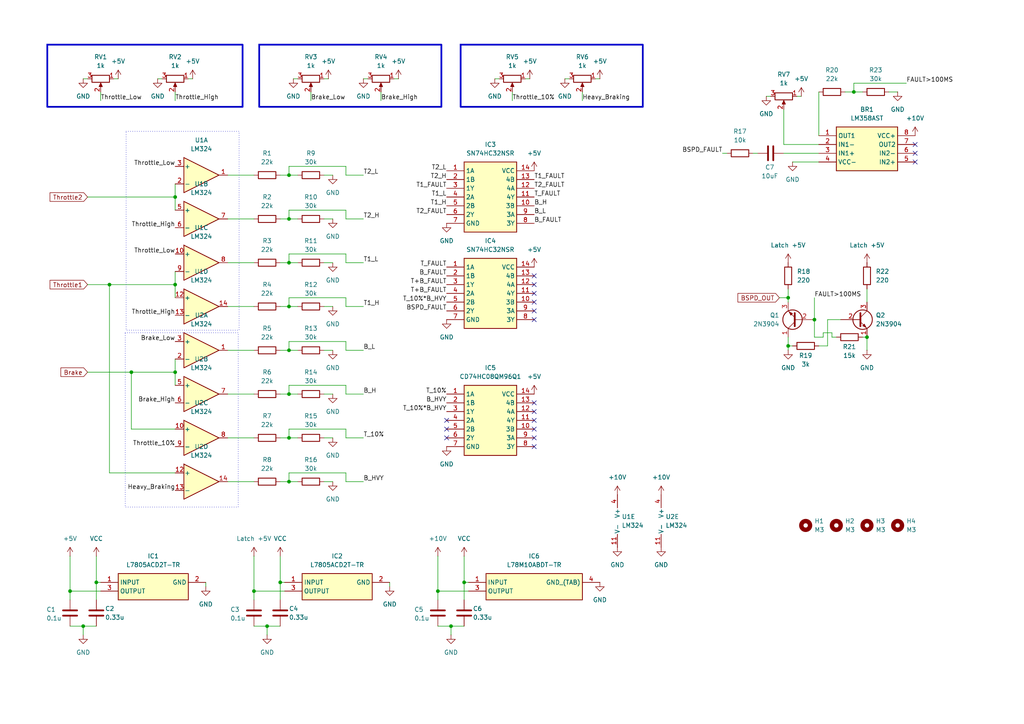
<source format=kicad_sch>
(kicad_sch (version 20250114) (generator "eeschema") (generator_version "9.0")
  (paper "A4")
  (rectangle (start 36.322 96.52) (end 69.088 147.066) (stroke (width 0) (type dot)))
  (rectangle (start 36.576 38.1) (end 69.342 95.758) (stroke (width 0) (type dot)))
  (rectangle (start 13.716 12.954) (end 70.358 30.988) (stroke (width 0.5)))
  (rectangle (start 133.604 12.954) (end 186.436 30.988) (stroke (width 0.5)))
  (rectangle (start 75.184 12.954) (end 128.016 30.988) (stroke (width 0.5)))
  (junction (at 83.82 139.7))
  (junction (at 31.75 82.55))
  (junction (at 50.8 82.55))
  (junction (at 83.82 88.9))
  (junction (at 83.82 114.3))
  (junction (at 251.46 97.79))
  (junction (at 50.8 107.95))
  (junction (at 130.81 181.61))
  (junction (at 247.65 26.67))
  (junction (at 77.47 181.61))
  (junction (at 20.32 171.45))
  (junction (at 27.94 168.91))
  (junction (at 83.82 101.6))
  (junction (at 73.66 171.45))
  (junction (at 228.6 100.33))
  (junction (at 83.82 50.8))
  (junction (at 83.82 127))
  (junction (at 236.22 92.71))
  (junction (at 24.13 181.61))
  (junction (at 81.28 168.91))
  (junction (at 50.8 57.15))
  (junction (at 127 171.45))
  (junction (at 38.1 107.95))
  (junction (at 83.82 63.5))
  (junction (at 83.82 76.2))
  (junction (at 228.6 86.36))
  (junction (at 134.62 168.91))
  (no_connect (at 154.94 92.71))
  (no_connect (at 154.94 85.09))
  (no_connect (at 154.94 82.55))
  (no_connect (at 154.94 127))
  (no_connect (at 265.43 46.99))
  (no_connect (at 154.94 80.01))
  (no_connect (at 129.54 121.92))
  (no_connect (at 154.94 119.38))
  (no_connect (at 154.94 90.17))
  (no_connect (at 129.54 124.46))
  (no_connect (at 265.43 44.45))
  (no_connect (at 154.94 87.63))
  (no_connect (at 129.54 127))
  (no_connect (at 154.94 124.46))
  (no_connect (at 154.94 116.84))
  (no_connect (at 265.43 41.91))
  (no_connect (at 154.94 121.92))
  (no_connect (at 154.94 129.54))
  (wire (pts (xy 100.33 86.36) (xy 100.33 88.9)))
  (wire (pts (xy 209.55 44.45) (xy 210.82 44.45)))
  (wire (pts (xy 93.98 22.86) (xy 95.25 22.86)))
  (wire (pts (xy 236.22 97.79) (xy 236.22 92.71)))
  (wire (pts (xy 29.21 29.21) (xy 29.21 26.67)))
  (wire (pts (xy 257.81 26.67) (xy 260.35 26.67)))
  (wire (pts (xy 50.8 26.67) (xy 50.8 29.21)))
  (wire (pts (xy 50.8 82.55) (xy 50.8 86.36)))
  (wire (pts (xy 81.28 161.29) (xy 81.28 168.91)))
  (wire (pts (xy 134.62 161.29) (xy 134.62 168.91)))
  (wire (pts (xy 81.28 76.2) (xy 83.82 76.2)))
  (wire (pts (xy 83.82 127) (xy 83.82 124.46)))
  (wire (pts (xy 45.72 22.86) (xy 46.99 22.86)))
  (wire (pts (xy 231.14 27.94) (xy 232.41 27.94)))
  (wire (pts (xy 73.66 161.29) (xy 73.66 171.45)))
  (wire (pts (xy 241.3 97.79) (xy 241.3 96.52)))
  (wire (pts (xy 83.82 63.5) (xy 83.82 60.96)))
  (wire (pts (xy 81.28 114.3) (xy 83.82 114.3)))
  (wire (pts (xy 83.82 127) (xy 86.36 127)))
  (wire (pts (xy 237.49 100.33) (xy 240.03 100.33)))
  (wire (pts (xy 100.33 139.7) (xy 105.41 139.7)))
  (wire (pts (xy 242.57 97.79) (xy 241.3 97.79)))
  (wire (pts (xy 83.82 139.7) (xy 83.82 137.16)))
  (wire (pts (xy 172.72 22.86) (xy 173.99 22.86)))
  (wire (pts (xy 130.81 181.61) (xy 134.62 181.61)))
  (wire (pts (xy 83.82 76.2) (xy 83.82 73.66)))
  (wire (pts (xy 25.4 82.55) (xy 31.75 82.55)))
  (wire (pts (xy 222.25 27.94) (xy 223.52 27.94)))
  (wire (pts (xy 83.82 48.26) (xy 100.33 48.26)))
  (wire (pts (xy 66.04 88.9) (xy 73.66 88.9)))
  (wire (pts (xy 83.82 101.6) (xy 83.82 99.06)))
  (wire (pts (xy 83.82 101.6) (xy 86.36 101.6)))
  (wire (pts (xy 247.65 26.67) (xy 247.65 24.13)))
  (wire (pts (xy 100.33 60.96) (xy 100.33 63.5)))
  (wire (pts (xy 83.82 76.2) (xy 86.36 76.2)))
  (wire (pts (xy 226.06 86.36) (xy 228.6 86.36)))
  (wire (pts (xy 50.8 57.15) (xy 50.8 60.96)))
  (wire (pts (xy 236.22 92.71) (xy 236.22 86.36)))
  (wire (pts (xy 218.44 44.45) (xy 219.71 44.45)))
  (wire (pts (xy 66.04 127) (xy 73.66 127)))
  (wire (pts (xy 93.98 101.6) (xy 96.52 101.6)))
  (wire (pts (xy 228.6 86.36) (xy 228.6 87.63)))
  (wire (pts (xy 83.82 139.7) (xy 86.36 139.7)))
  (wire (pts (xy 90.17 26.67) (xy 90.17 29.21)))
  (wire (pts (xy 27.94 168.91) (xy 27.94 173.99)))
  (wire (pts (xy 93.98 139.7) (xy 96.52 139.7)))
  (wire (pts (xy 66.04 63.5) (xy 73.66 63.5)))
  (wire (pts (xy 50.8 104.14) (xy 50.8 107.95)))
  (wire (pts (xy 93.98 88.9) (xy 96.52 88.9)))
  (wire (pts (xy 127 181.61) (xy 130.81 181.61)))
  (wire (pts (xy 54.61 22.86) (xy 55.88 22.86)))
  (wire (pts (xy 113.03 168.91) (xy 113.03 170.18)))
  (wire (pts (xy 25.4 57.15) (xy 50.8 57.15)))
  (wire (pts (xy 20.32 161.29) (xy 20.32 171.45)))
  (wire (pts (xy 83.82 63.5) (xy 86.36 63.5)))
  (wire (pts (xy 127 171.45) (xy 135.89 171.45)))
  (wire (pts (xy 81.28 168.91) (xy 82.55 168.91)))
  (wire (pts (xy 227.33 41.91) (xy 237.49 41.91)))
  (wire (pts (xy 100.33 50.8) (xy 105.41 50.8)))
  (wire (pts (xy 227.33 31.75) (xy 227.33 41.91)))
  (wire (pts (xy 83.82 114.3) (xy 83.82 111.76)))
  (wire (pts (xy 93.98 76.2) (xy 96.52 76.2)))
  (wire (pts (xy 73.66 171.45) (xy 82.55 171.45)))
  (wire (pts (xy 83.82 50.8) (xy 83.82 48.26)))
  (wire (pts (xy 228.6 83.82) (xy 228.6 86.36)))
  (wire (pts (xy 227.33 44.45) (xy 237.49 44.45)))
  (wire (pts (xy 59.69 168.91) (xy 59.69 170.18)))
  (wire (pts (xy 100.33 137.16) (xy 100.33 139.7)))
  (wire (pts (xy 73.66 171.45) (xy 73.66 173.99)))
  (wire (pts (xy 77.47 181.61) (xy 77.47 184.15)))
  (wire (pts (xy 237.49 46.99) (xy 229.87 46.99)))
  (wire (pts (xy 100.33 99.06) (xy 100.33 101.6)))
  (wire (pts (xy 100.33 48.26) (xy 100.33 50.8)))
  (wire (pts (xy 27.94 161.29) (xy 27.94 168.91)))
  (wire (pts (xy 83.82 86.36) (xy 100.33 86.36)))
  (wire (pts (xy 228.6 100.33) (xy 228.6 97.79)))
  (wire (pts (xy 228.6 100.33) (xy 229.87 100.33)))
  (wire (pts (xy 83.82 99.06) (xy 100.33 99.06)))
  (wire (pts (xy 228.6 101.6) (xy 228.6 100.33)))
  (wire (pts (xy 100.33 111.76) (xy 100.33 114.3)))
  (wire (pts (xy 38.1 107.95) (xy 50.8 107.95)))
  (wire (pts (xy 127 161.29) (xy 127 171.45)))
  (wire (pts (xy 73.66 181.61) (xy 77.47 181.61)))
  (wire (pts (xy 245.11 26.67) (xy 247.65 26.67)))
  (wire (pts (xy 50.8 137.16) (xy 31.75 137.16)))
  (wire (pts (xy 20.32 171.45) (xy 20.32 173.99)))
  (wire (pts (xy 100.33 88.9) (xy 105.41 88.9)))
  (wire (pts (xy 247.65 26.67) (xy 250.19 26.67)))
  (wire (pts (xy 77.47 181.61) (xy 81.28 181.61)))
  (wire (pts (xy 105.41 22.86) (xy 106.68 22.86)))
  (wire (pts (xy 66.04 76.2) (xy 73.66 76.2)))
  (wire (pts (xy 134.62 168.91) (xy 135.89 168.91)))
  (wire (pts (xy 93.98 50.8) (xy 96.52 50.8)))
  (wire (pts (xy 83.82 60.96) (xy 100.33 60.96)))
  (wire (pts (xy 83.82 114.3) (xy 86.36 114.3)))
  (wire (pts (xy 50.8 78.74) (xy 50.8 82.55)))
  (wire (pts (xy 85.09 22.86) (xy 86.36 22.86)))
  (wire (pts (xy 24.13 181.61) (xy 24.13 184.15)))
  (wire (pts (xy 20.32 171.45) (xy 29.21 171.45)))
  (wire (pts (xy 100.33 127) (xy 105.41 127)))
  (wire (pts (xy 114.3 22.86) (xy 115.57 22.86)))
  (wire (pts (xy 66.04 50.8) (xy 73.66 50.8)))
  (wire (pts (xy 100.33 63.5) (xy 105.41 63.5)))
  (wire (pts (xy 34.29 22.86) (xy 33.02 22.86)))
  (wire (pts (xy 93.98 114.3) (xy 96.52 114.3)))
  (wire (pts (xy 251.46 83.82) (xy 251.46 87.63)))
  (wire (pts (xy 83.82 50.8) (xy 86.36 50.8)))
  (wire (pts (xy 100.33 101.6) (xy 105.41 101.6)))
  (wire (pts (xy 83.82 88.9) (xy 83.82 86.36)))
  (wire (pts (xy 100.33 114.3) (xy 105.41 114.3)))
  (wire (pts (xy 81.28 168.91) (xy 81.28 173.99)))
  (wire (pts (xy 50.8 124.46) (xy 38.1 124.46)))
  (wire (pts (xy 81.28 88.9) (xy 83.82 88.9)))
  (wire (pts (xy 83.82 73.66) (xy 100.33 73.66)))
  (wire (pts (xy 163.83 22.86) (xy 165.1 22.86)))
  (wire (pts (xy 240.03 92.71) (xy 243.84 92.71)))
  (wire (pts (xy 110.49 26.67) (xy 110.49 29.21)))
  (wire (pts (xy 24.13 181.61) (xy 27.94 181.61)))
  (wire (pts (xy 31.75 82.55) (xy 50.8 82.55)))
  (wire (pts (xy 152.4 22.86) (xy 153.67 22.86)))
  (wire (pts (xy 50.8 107.95) (xy 50.8 111.76)))
  (wire (pts (xy 27.94 168.91) (xy 29.21 168.91)))
  (wire (pts (xy 238.76 96.52) (xy 238.76 97.79)))
  (wire (pts (xy 66.04 139.7) (xy 73.66 139.7)))
  (wire (pts (xy 83.82 124.46) (xy 100.33 124.46)))
  (wire (pts (xy 100.33 76.2) (xy 105.41 76.2)))
  (wire (pts (xy 93.98 127) (xy 96.52 127)))
  (wire (pts (xy 81.28 127) (xy 83.82 127)))
  (wire (pts (xy 83.82 137.16) (xy 100.33 137.16)))
  (wire (pts (xy 38.1 124.46) (xy 38.1 107.95)))
  (wire (pts (xy 20.32 181.61) (xy 24.13 181.61)))
  (wire (pts (xy 143.51 22.86) (xy 144.78 22.86)))
  (wire (pts (xy 127 171.45) (xy 127 173.99)))
  (wire (pts (xy 251.46 97.79) (xy 251.46 101.6)))
  (wire (pts (xy 81.28 101.6) (xy 83.82 101.6)))
  (wire (pts (xy 25.4 107.95) (xy 38.1 107.95)))
  (wire (pts (xy 130.81 181.61) (xy 130.81 184.15)))
  (wire (pts (xy 83.82 88.9) (xy 86.36 88.9)))
  (wire (pts (xy 238.76 97.79) (xy 236.22 97.79)))
  (wire (pts (xy 83.82 111.76) (xy 100.33 111.76)))
  (wire (pts (xy 81.28 139.7) (xy 83.82 139.7)))
  (wire (pts (xy 66.04 101.6) (xy 73.66 101.6)))
  (wire (pts (xy 148.59 26.67) (xy 148.59 29.21)))
  (wire (pts (xy 24.13 22.86) (xy 25.4 22.86)))
  (wire (pts (xy 134.62 168.91) (xy 134.62 173.99)))
  (wire (pts (xy 100.33 73.66) (xy 100.33 76.2)))
  (wire (pts (xy 241.3 96.52) (xy 238.76 96.52)))
  (wire (pts (xy 50.8 53.34) (xy 50.8 57.15)))
  (wire (pts (xy 168.91 26.67) (xy 168.91 29.21)))
  (wire (pts (xy 81.28 50.8) (xy 83.82 50.8)))
  (wire (pts (xy 237.49 26.67) (xy 237.49 39.37)))
  (wire (pts (xy 66.04 114.3) (xy 73.66 114.3)))
  (wire (pts (xy 93.98 63.5) (xy 96.52 63.5)))
  (wire (pts (xy 81.28 63.5) (xy 83.82 63.5)))
  (wire (pts (xy 31.75 137.16) (xy 31.75 82.55)))
  (wire (pts (xy 250.19 97.79) (xy 251.46 97.79)))
  (wire (pts (xy 100.33 124.46) (xy 100.33 127)))
  (wire (pts (xy 240.03 100.33) (xy 240.03 92.71)))
  (wire (pts (xy 247.65 24.13) (xy 262.89 24.13)))
  (label "T_10%" (at 105.41 127 0))
  (label "T2_FAULT" (at 129.54 62.23 180))
  (label "T2_H" (at 129.54 52.07 180))
  (label "T_10%*B_HVY" (at 129.54 119.38 180))
  (label "T2_FAULT" (at 154.94 54.61 0))
  (label "FAULT>100MS" (at 236.22 86.36 0))
  (label "Brake_High" (at 50.8 116.84 180))
  (label "B_FAULT" (at 129.54 80.01 180))
  (label "T2_H" (at 105.41 63.5 0))
  (label "BSPD_FAULT" (at 129.54 90.17 180))
  (label "Throttle_Low" (at 29.21 29.21 0))
  (label "B_HVY" (at 129.54 116.84 180))
  (label "T1_FAULT" (at 154.94 52.07 0))
  (label "Brake_Low" (at 90.17 29.21 0))
  (label "T1_H" (at 129.54 59.69 180))
  (label "T1_L" (at 105.41 76.2 0))
  (label "T2_L" (at 105.41 50.8 0))
  (label "T+B_FAULT" (at 129.54 82.55 180))
  (label "T_FAULT" (at 154.94 57.15 0))
  (label "Throttle_Low" (at 50.8 73.66 180))
  (label "T_10%*B_HVY" (at 129.54 87.63 180))
  (label "B_H" (at 105.41 114.3 0))
  (label "T1_L" (at 129.54 57.15 180))
  (label "B_L" (at 105.41 101.6 0))
  (label "Throttle_High" (at 50.8 29.21 0))
  (label "Throttle_10%" (at 148.59 29.21 0))
  (label "T1_H" (at 105.41 88.9 0))
  (label "T1_FAULT" (at 129.54 54.61 180))
  (label "T_FAULT" (at 129.54 77.47 180))
  (label "Brake_High" (at 110.49 29.21 0))
  (label "BSPD_FAULT" (at 209.55 44.45 180))
  (label "B_L" (at 154.94 62.23 0))
  (label "Throttle_Low" (at 50.8 48.26 180))
  (label "B_HVY" (at 105.41 139.7 0))
  (label "B_FAULT" (at 154.94 64.77 0))
  (label "Heavy_Braking" (at 50.8 142.24 180))
  (label "Brake_Low" (at 50.8 99.06 180))
  (label "Throttle_High" (at 50.8 66.04 180))
  (label "T2_L" (at 129.54 49.53 180))
  (label "FAULT>100MS" (at 262.89 24.13 0))
  (label "B_H" (at 154.94 59.69 0))
  (label "Heavy_Braking" (at 168.91 29.21 0))
  (label "T_10%" (at 129.54 114.3 180))
  (label "Throttle_High" (at 50.8 91.44 180))
  (label "Throttle_10%" (at 50.8 129.54 180))
  (label "T+B_FAULT" (at 129.54 85.09 180))
  (global_label "Throttle1" (shape input) (at 25.4 82.55 180) (property "Intersheetrefs" "${INTERSHEET_REFS}" (effects (hide yes))))
  (global_label "BSPD_OUT" (shape input) (at 226.06 86.36 180) (property "Intersheetrefs" "${INTERSHEET_REFS}" (effects (hide yes))))
  (global_label "Throttle2" (shape input) (at 25.4 57.15 180) (property "Intersheetrefs" "${INTERSHEET_REFS}" (effects (hide yes))))
  (global_label "Brake" (shape input) (at 25.4 107.95 180) (property "Intersheetrefs" "${INTERSHEET_REFS}" (effects (hide yes))))
  (symbol (lib_id "Device:R") (at 254 26.67 90) (unit 1)
    (property "Reference" "R23" (at 254 20.32 90))
    (property "Value" "30k" (at 254 22.86 90))
    (property "Footprint" "Resistor_SMD:R_0603_1608Metric" (effects (hide yes)))
    (property "Description" "Resistor" (effects (hide yes)))
  )
  (symbol (lib_id "power:+5V") (at 251.46 76.2 0) (unit 1)
    (property "Reference" "#PWR048" (effects (hide yes)))
    (property "Value" "Latch +5V" (at 251.46 71.12 0))
    (property "Description" "Power symbol creates a global label with name \"+5V\"" (effects (hide yes)))
  )
  (symbol (lib_id "Device:C") (at 223.52 44.45 90) (unit 1)
    (property "Reference" "C7" (at 223.266 48.514 90))
    (property "Value" "10uF" (at 223.266 51.054 90))
    (property "Footprint" "Capacitor_SMD:C_0603_1608Metric" (effects (hide yes)))
    (property "Description" "Unpolarized capacitor" (effects (hide yes)))
  )
  (symbol (lib_id "Device:C") (at 134.62 177.8 0) (unit 1)
    (property "Reference" "C6" (at 137.16 176.53 0) (effects (justify left)))
    (property "Value" "0.33u" (at 137.16 179.07 0) (effects (justify left)))
    (property "Footprint" "Capacitor_SMD:C_0603_1608Metric" (effects (hide yes)))
    (property "Description" "Unpolarized capacitor" (effects (hide yes)))
  )
  (symbol (lib_id "power:+5V") (at 55.88 22.86 0) (unit 1)
    (property "Reference" "#PWR07" (effects (hide yes)))
    (property "Value" "+5V" (at 55.88 17.78 0))
    (property "Description" "Power symbol creates a global label with name \"+5V\"" (effects (hide yes)))
  )
  (symbol (lib_id "Device:R") (at 77.47 63.5 90) (unit 1)
    (property "Reference" "R2" (at 77.47 57.15 90))
    (property "Value" "22k" (at 77.47 59.69 90))
    (property "Footprint" "Resistor_SMD:R_0603_1608Metric" (effects (hide yes)))
    (property "Description" "Resistor" (effects (hide yes)))
  )
  (symbol (lib_name "2N3904_1") (lib_id "Transistor_BJT:2N3904") (at 226.06 92.71 0) (unit 1)
    (property "Reference" "Q1" (at 226.06 91.4399 0) (effects (justify right)))
    (property "Value" "2N3904" (at 226.06 93.9799 0) (effects (justify right)))
    (property "Footprint" "Package_TO_SOT_THT:TO-92_Inline" (effects (hide yes)))
    (property "Datasheet" "https://www.onsemi.com/pub/Collateral/2N3903-D.PDF" (effects (hide yes)))
    (property "Description" "0.2A Ic, 40V Vce, Small Signal NPN Transistor, TO-92" (effects (hide yes)))
  )
  (symbol (lib_id "power:GND") (at 229.87 46.99 0) (unit 1)
    (property "Reference" "#PWR046" (effects (hide yes)))
    (property "Value" "GND" (at 229.87 52.07 0))
    (property "Description" "Power symbol creates a global label with name \"GND\" , ground" (effects (hide yes)))
  )
  (symbol (lib_id "BSPD_Symbol_Library:CD74HC08QM96Q1") (at 129.54 114.3 0) (unit 1)
    (property "Reference" "IC5" (at 142.24 106.68 0))
    (property "Value" "CD74HC08QM96Q1" (at 142.24 109.22 0))
    (property "Footprint" "BSPD_Footprint_Library:SOIC127P600X175-14N" (effects (hide yes)))
    (property "Datasheet" "http://www.ti.com/lit/gpn/cd74hc08-q1" (effects (hide yes)))
    (property "Description" "Automotive Catalog Quadruple 2-Input Positive-AND Gates" (effects (hide yes)))
    (property "Height" "1.75" (effects (hide yes)))
    (property "Mouser Part Number" "595-CD74HC08QM96Q1" (effects (hide yes)))
    (property "Mouser Price/Stock" "https://www.mouser.co.uk/ProductDetail/Texas-Instruments/CD74HC08QM96Q1?qs=YxwvVplHM%2FmcNbjWAEctsA%3D%3D" (effects (hide yes)))
    (property "Manufacturer_Name" "Texas Instruments" (effects (hide yes)))
    (property "Manufacturer_Part_Number" "CD74HC08QM96Q1" (effects (hide yes)))
  )
  (symbol (lib_id "Transistor_BJT:2N3904") (at 248.92 92.71 0) (unit 1)
    (property "Reference" "Q2" (at 254 91.4399 0) (effects (justify left)))
    (property "Value" "2N3904" (at 254 93.9799 0) (effects (justify left)))
    (property "Footprint" "Package_TO_SOT_THT:TO-92_Inline" (effects (hide yes)))
    (property "Datasheet" "https://www.onsemi.com/pub/Collateral/2N3903-D.PDF" (effects (hide yes)))
    (property "Description" "0.2A Ic, 40V Vce, Small Signal NPN Transistor, TO-92" (effects (hide yes)))
  )
  (symbol (lib_id "Device:R") (at 251.46 80.01 0) (unit 1)
    (property "Reference" "R22" (at 254 78.7399 0) (effects (justify left)))
    (property "Value" "220" (at 254 81.2799 0) (effects (justify left)))
    (property "Footprint" "Resistor_SMD:R_0603_1608Metric" (effects (hide yes)))
    (property "Description" "Resistor" (effects (hide yes)))
  )
  (symbol (lib_id "power:+5V") (at 154.94 77.47 0) (unit 1)
    (property "Reference" "#PWR034" (effects (hide yes)))
    (property "Value" "+5V" (at 154.94 72.39 0))
    (property "Description" "Power symbol creates a global label with name \"+5V\"" (effects (hide yes)))
  )
  (symbol (lib_id "Device:R") (at 77.47 139.7 90) (unit 1)
    (property "Reference" "R8" (at 77.47 133.35 90))
    (property "Value" "22k" (at 77.47 135.89 90))
    (property "Footprint" "Resistor_SMD:R_0603_1608Metric" (effects (hide yes)))
    (property "Description" "Resistor" (effects (hide yes)))
  )
  (symbol (lib_id "power:GND") (at 113.03 170.18 0) (unit 1)
    (property "Reference" "#PWR023" (effects (hide yes)))
    (property "Value" "GND" (at 113.03 175.26 0))
    (property "Description" "Power symbol creates a global label with name \"GND\" , ground" (effects (hide yes)))
  )
  (symbol (lib_id "power:GND") (at 96.52 101.6 0) (unit 1)
    (property "Reference" "#PWR018" (effects (hide yes)))
    (property "Value" "GND" (at 96.52 106.68 0))
    (property "Description" "Power symbol creates a global label with name \"GND\" , ground" (effects (hide yes)))
  )
  (symbol (lib_id "power:+5V") (at 265.43 39.37 0) (unit 1)
    (property "Reference" "#PWR051" (effects (hide yes)))
    (property "Value" "+10V" (at 265.43 34.29 0))
    (property "Description" "Power symbol creates a global label with name \"+5V\"" (effects (hide yes)))
  )
  (symbol (lib_id "Device:C") (at 127 177.8 0) (unit 1)
    (property "Reference" "C5" (at 120.142 176.784 0) (effects (justify left)))
    (property "Value" "0.1u" (at 120.142 179.324 0) (effects (justify left)))
    (property "Footprint" "Capacitor_SMD:C_0603_1608Metric" (effects (hide yes)))
    (property "Description" "Unpolarized capacitor" (effects (hide yes)))
  )
  (symbol (lib_id "Amplifier_Operational:LM324") (at 194.31 151.13 0) (unit 5)
    (property "Reference" "U2" (at 193.04 149.8599 0) (effects (justify left)))
    (property "Value" "LM324" (at 193.04 152.3999 0) (effects (justify left)))
    (property "Footprint" "BSPD_Footprint_Library:LM324" (effects (hide yes)))
    (property "Datasheet" "http://www.ti.com/lit/ds/symlink/lm2902-n.pdf" (effects (hide yes)))
    (property "Description" "Low-Power, Quad-Operational Amplifiers, DIP-14/SOIC-14/SSOP-14" (effects (hide yes)))
  )
  (symbol (lib_id "Mechanical:MountingHole") (at 242.57 152.4 0) (unit 1)
    (property "Reference" "H2" (at 245.11 151.13 0) (effects (justify left)))
    (property "Value" "M3" (at 245.11 153.67 0) (effects (justify left)))
    (property "Footprint" "MountingHole:MountingHole_3.2mm_M3" (effects (hide yes)))
  )
  (symbol (lib_id "Device:R_Potentiometer") (at 50.8 22.86 270) (unit 1)
    (property "Reference" "RV2" (at 50.8 16.51 90))
    (property "Value" "1k" (at 50.8 19.05 90))
    (property "Footprint" "BSPD_Footprint_Library:3362U1104ALF" (effects (hide yes)))
    (property "Description" "Potentiometer" (effects (hide yes)))
  )
  (symbol (lib_id "power:GND") (at 228.6 101.6 0) (unit 1)
    (property "Reference" "#PWR045" (effects (hide yes)))
    (property "Value" "GND" (at 228.6 106.68 0))
    (property "Description" "Power symbol creates a global label with name \"GND\" , ground" (effects (hide yes)))
  )
  (symbol (lib_id "Device:R") (at 90.17 101.6 90) (unit 1)
    (property "Reference" "R13" (at 90.17 95.25 90))
    (property "Value" "30k" (at 90.17 97.79 90))
    (property "Footprint" "Resistor_SMD:R_0603_1608Metric" (effects (hide yes)))
    (property "Description" "Resistor" (effects (hide yes)))
  )
  (symbol (lib_id "Device:R_Potentiometer") (at 168.91 22.86 270) (unit 1)
    (property "Reference" "RV6" (at 168.91 16.51 90))
    (property "Value" "1k" (at 168.91 19.05 90))
    (property "Footprint" "BSPD_Footprint_Library:3362U1104ALF" (effects (hide yes)))
    (property "Description" "Potentiometer" (effects (hide yes)))
  )
  (symbol (lib_id "power:+5V") (at 173.99 22.86 0) (unit 1)
    (property "Reference" "#PWR037" (effects (hide yes)))
    (property "Value" "+5V" (at 173.99 17.78 0))
    (property "Description" "Power symbol creates a global label with name \"+5V\"" (effects (hide yes)))
  )
  (symbol (lib_id "power:GND") (at 59.69 170.18 0) (unit 1)
    (property "Reference" "#PWR08" (effects (hide yes)))
    (property "Value" "GND" (at 59.69 175.26 0))
    (property "Description" "Power symbol creates a global label with name \"GND\" , ground" (effects (hide yes)))
  )
  (symbol (lib_id "Device:R") (at 90.17 50.8 90) (unit 1)
    (property "Reference" "R9" (at 90.17 44.45 90))
    (property "Value" "30k" (at 90.17 46.99 90))
    (property "Footprint" "Resistor_SMD:R_0603_1608Metric" (effects (hide yes)))
    (property "Description" "Resistor" (effects (hide yes)))
  )
  (symbol (lib_id "Amplifier_Operational:LM324") (at 58.42 101.6 0) (unit 1)
    (property "Reference" "U2" (at 58.42 91.44 0))
    (property "Value" "LM324" (at 58.42 93.98 0))
    (property "Footprint" "BSPD_Footprint_Library:LM324" (effects (hide yes)))
    (property "Datasheet" "http://www.ti.com/lit/ds/symlink/lm2902-n.pdf" (effects (hide yes)))
    (property "Description" "Low-Power, Quad-Operational Amplifiers, DIP-14/SOIC-14/SSOP-14" (effects (hide yes)))
  )
  (symbol (lib_id "power:GND") (at 222.25 27.94 0) (unit 1)
    (property "Reference" "#PWR043" (effects (hide yes)))
    (property "Value" "GND" (at 222.25 33.02 0))
    (property "Description" "Power symbol creates a global label with name \"GND\" , ground" (effects (hide yes)))
  )
  (symbol (lib_id "power:GND") (at 163.83 22.86 0) (unit 1)
    (property "Reference" "#PWR036" (effects (hide yes)))
    (property "Value" "GND" (at 163.83 27.94 0))
    (property "Description" "Power symbol creates a global label with name \"GND\" , ground" (effects (hide yes)))
  )
  (symbol (lib_id "Device:R") (at 241.3 26.67 90) (unit 1)
    (property "Reference" "R20" (at 241.3 20.32 90))
    (property "Value" "22k" (at 241.3 22.86 90))
    (property "Footprint" "Resistor_SMD:R_0603_1608Metric" (effects (hide yes)))
    (property "Description" "Resistor" (effects (hide yes)))
  )
  (symbol (lib_id "power:GND") (at 129.54 64.77 0) (unit 1)
    (property "Reference" "#PWR026" (effects (hide yes)))
    (property "Value" "GND" (at 129.54 69.85 0))
    (property "Description" "Power symbol creates a global label with name \"GND\" , ground" (effects (hide yes)))
  )
  (symbol (lib_id "Device:R") (at 90.17 63.5 90) (unit 1)
    (property "Reference" "R10" (at 90.17 57.15 90))
    (property "Value" "30k" (at 90.17 59.69 90))
    (property "Footprint" "Resistor_SMD:R_0603_1608Metric" (effects (hide yes)))
    (property "Description" "Resistor" (effects (hide yes)))
  )
  (symbol (lib_id "Device:R") (at 90.17 76.2 90) (unit 1)
    (property "Reference" "R11" (at 90.17 69.85 90))
    (property "Value" "30k" (at 90.17 72.39 90))
    (property "Footprint" "Resistor_SMD:R_0603_1608Metric" (effects (hide yes)))
    (property "Description" "Resistor" (effects (hide yes)))
  )
  (symbol (lib_id "BSPD_Symbol_Library:L78M10ABDT-TR") (at 135.89 168.91 0) (unit 1)
    (property "Reference" "IC6" (at 154.94 161.29 0))
    (property "Value" "L78M10ABDT-TR" (at 154.94 163.83 0))
    (property "Footprint" "BSPD_Footprint_Library:TO228P972X240-3N" (effects (hide yes)))
    (property "Datasheet" "http://www.st.com/web/en/resource/technical/document/datasheet/CD00000447.pdf" (effects (hide yes)))
    (property "Description" "Voltage Regulator 10V 0.5A DPAK STMicroelectronics L78M10ABDT-TR, Single Linear Voltage Regulator, 500mA 10 V, +/-2%, 3-Pin DPAK" (effects (hide yes)))
    (property "Height" "2.4" (effects (hide yes)))
    (property "Mouser Part Number" "511-L78M10ABDT-TR" (effects (hide yes)))
    (property "Mouser Price/Stock" "https://www.mouser.co.uk/ProductDetail/STMicroelectronics/L78M10ABDT-TR?qs=22WmWNTp1rr9tcUfF7JLAg%3D%3D" (effects (hide yes)))
    (property "Manufacturer_Name" "STMicroelectronics" (effects (hide yes)))
    (property "Manufacturer_Part_Number" "L78M10ABDT-TR" (effects (hide yes)))
  )
  (symbol (lib_id "BSPD_Symbol_Library:SN74HC32NSR") (at 129.54 49.53 0) (unit 1)
    (property "Reference" "IC3" (at 142.24 41.91 0))
    (property "Value" "SN74HC32NSR" (at 142.24 44.45 0))
    (property "Footprint" "BSPD_Footprint_Library:SOIC127P780X200-14N" (effects (hide yes)))
    (property "Datasheet" "http://www.ti.com/lit/gpn/sn74hc32" (effects (hide yes)))
    (property "Description" "Quadruple 2-Input Positive-OR Gates" (effects (hide yes)))
    (property "Height" "2" (effects (hide yes)))
    (property "Mouser Part Number" "595-SN74HC32NSR" (effects (hide yes)))
    (property "Mouser Price/Stock" "https://www.mouser.co.uk/ProductDetail/Texas-Instruments/SN74HC32NSR?qs=AgY10sKTvDLid%2FEfE4251Q%3D%3D" (effects (hide yes)))
    (property "Manufacturer_Name" "Texas Instruments" (effects (hide yes)))
    (property "Manufacturer_Part_Number" "SN74HC32NSR" (effects (hide yes)))
  )
  (symbol (lib_id "Device:R") (at 77.47 76.2 90) (unit 1)
    (property "Reference" "R3" (at 77.47 69.85 90))
    (property "Value" "22k" (at 77.47 72.39 90))
    (property "Footprint" "Resistor_SMD:R_0603_1608Metric" (effects (hide yes)))
    (property "Description" "Resistor" (effects (hide yes)))
  )
  (symbol (lib_id "Device:R") (at 246.38 97.79 270) (unit 1)
    (property "Reference" "R21" (at 246.38 100.584 90))
    (property "Value" "15k" (at 246.38 103.124 90))
    (property "Footprint" "Resistor_SMD:R_0603_1608Metric" (effects (hide yes)))
    (property "Description" "Resistor" (effects (hide yes)))
  )
  (symbol (lib_id "Device:R") (at 77.47 127 90) (unit 1)
    (property "Reference" "R7" (at 77.47 120.65 90))
    (property "Value" "22k" (at 77.47 123.19 90))
    (property "Footprint" "Resistor_SMD:R_0603_1608Metric" (effects (hide yes)))
    (property "Description" "Resistor" (effects (hide yes)))
  )
  (symbol (lib_id "Device:R") (at 90.17 139.7 90) (unit 1)
    (property "Reference" "R16" (at 90.17 133.35 90))
    (property "Value" "30k" (at 90.17 135.89 90))
    (property "Footprint" "Resistor_SMD:R_0603_1608Metric" (effects (hide yes)))
    (property "Description" "Resistor" (effects (hide yes)))
  )
  (symbol (lib_id "Device:R") (at 90.17 114.3 90) (unit 1)
    (property "Reference" "R14" (at 90.17 107.95 90))
    (property "Value" "30k" (at 90.17 110.49 90))
    (property "Footprint" "Resistor_SMD:R_0603_1608Metric" (effects (hide yes)))
    (property "Description" "Resistor" (effects (hide yes)))
  )
  (symbol (lib_id "Device:R") (at 77.47 114.3 90) (unit 1)
    (property "Reference" "R6" (at 77.47 107.95 90))
    (property "Value" "22k" (at 77.47 110.49 90))
    (property "Footprint" "Resistor_SMD:R_0603_1608Metric" (effects (hide yes)))
    (property "Description" "Resistor" (effects (hide yes)))
  )
  (symbol (lib_id "power:GND") (at 129.54 129.54 0) (unit 1)
    (property "Reference" "#PWR028" (effects (hide yes)))
    (property "Value" "GND" (at 129.54 134.62 0))
    (property "Description" "Power symbol creates a global label with name \"GND\" , ground" (effects (hide yes)))
  )
  (symbol (lib_id "Device:C") (at 20.32 177.8 0) (unit 1)
    (property "Reference" "C1" (at 13.462 176.784 0) (effects (justify left)))
    (property "Value" "0.1u" (at 13.462 179.324 0) (effects (justify left)))
    (property "Footprint" "Capacitor_SMD:C_0603_1608Metric" (effects (hide yes)))
    (property "Description" "Unpolarized capacitor" (effects (hide yes)))
  )
  (symbol (lib_id "power:GND") (at 191.77 158.75 0) (unit 1)
    (property "Reference" "#PWR042" (effects (hide yes)))
    (property "Value" "GND" (at 191.77 163.83 0))
    (property "Description" "Power symbol creates a global label with name \"GND\" , ground" (effects (hide yes)))
  )
  (symbol (lib_id "power:GND") (at 129.54 92.71 0) (unit 1)
    (property "Reference" "#PWR027" (effects (hide yes)))
    (property "Value" "GND" (at 129.54 97.79 0))
    (property "Description" "Power symbol creates a global label with name \"GND\" , ground" (effects (hide yes)))
  )
  (symbol (lib_id "power:GND") (at 45.72 22.86 0) (unit 1)
    (property "Reference" "#PWR06" (effects (hide yes)))
    (property "Value" "GND" (at 45.72 27.94 0))
    (property "Description" "Power symbol creates a global label with name \"GND\" , ground" (effects (hide yes)))
  )
  (symbol (lib_id "Mechanical:MountingHole") (at 233.68 152.4 0) (unit 1)
    (property "Reference" "H1" (at 236.22 151.13 0) (effects (justify left)))
    (property "Value" "M3" (at 236.22 153.67 0) (effects (justify left)))
    (property "Footprint" "MountingHole:MountingHole_3.2mm_M3" (effects (hide yes)))
  )
  (symbol (lib_id "power:GND") (at 85.09 22.86 0) (unit 1)
    (property "Reference" "#PWR012" (effects (hide yes)))
    (property "Value" "GND" (at 85.09 27.94 0))
    (property "Description" "Power symbol creates a global label with name \"GND\" , ground" (effects (hide yes)))
  )
  (symbol (lib_id "power:GND") (at 173.99 168.91 0) (unit 1)
    (property "Reference" "#PWR038" (effects (hide yes)))
    (property "Value" "GND" (at 173.99 173.99 0))
    (property "Description" "Power symbol creates a global label with name \"GND\" , ground" (effects (hide yes)))
  )
  (symbol (lib_id "power:GND") (at 24.13 184.15 0) (unit 1)
    (property "Reference" "#PWR03" (effects (hide yes)))
    (property "Value" "GND" (at 24.13 189.23 0))
    (property "Description" "Power symbol creates a global label with name \"GND\" , ground" (effects (hide yes)))
  )
  (symbol (lib_id "power:GND") (at 143.51 22.86 0) (unit 1)
    (property "Reference" "#PWR031" (effects (hide yes)))
    (property "Value" "GND" (at 143.51 27.94 0))
    (property "Description" "Power symbol creates a global label with name \"GND\" , ground" (effects (hide yes)))
  )
  (symbol (lib_id "Device:R_Potentiometer") (at 90.17 22.86 270) (unit 1)
    (property "Reference" "RV3" (at 90.17 16.51 90))
    (property "Value" "1k" (at 90.17 19.05 90))
    (property "Footprint" "BSPD_Footprint_Library:3362U1104ALF" (effects (hide yes)))
    (property "Description" "Potentiometer" (effects (hide yes)))
  )
  (symbol (lib_id "power:+5V") (at 95.25 22.86 0) (unit 1)
    (property "Reference" "#PWR013" (effects (hide yes)))
    (property "Value" "+5V" (at 95.25 17.78 0))
    (property "Description" "Power symbol creates a global label with name \"+5V\"" (effects (hide yes)))
  )
  (symbol (lib_id "power:GND") (at 105.41 22.86 0) (unit 1)
    (property "Reference" "#PWR022" (effects (hide yes)))
    (property "Value" "GND" (at 105.41 27.94 0))
    (property "Description" "Power symbol creates a global label with name \"GND\" , ground" (effects (hide yes)))
  )
  (symbol (lib_id "power:+5V") (at 20.32 161.29 0) (unit 1)
    (property "Reference" "#PWR01" (effects (hide yes)))
    (property "Value" "+5V" (at 20.32 156.21 0))
    (property "Description" "Power symbol creates a global label with name \"+5V\"" (effects (hide yes)))
  )
  (symbol (lib_id "power:GND") (at 24.13 22.86 0) (unit 1)
    (property "Reference" "#PWR02" (effects (hide yes)))
    (property "Value" "GND" (at 24.13 27.94 0))
    (property "Description" "Power symbol creates a global label with name \"GND\" , ground" (effects (hide yes)))
  )
  (symbol (lib_id "power:GND") (at 96.52 63.5 0) (unit 1)
    (property "Reference" "#PWR015" (effects (hide yes)))
    (property "Value" "GND" (at 96.52 68.58 0))
    (property "Description" "Power symbol creates a global label with name \"GND\" , ground" (effects (hide yes)))
  )
  (symbol (lib_id "power:VCC") (at 27.94 161.29 0) (unit 1)
    (property "Reference" "#PWR04" (effects (hide yes)))
    (property "Value" "VCC" (at 27.94 156.21 0))
    (property "Description" "Power symbol creates a global label with name \"VCC\"" (effects (hide yes)))
  )
  (symbol (lib_id "Device:R") (at 233.68 100.33 270) (unit 1)
    (property "Reference" "R19" (at 233.68 103.124 90))
    (property "Value" "3k" (at 233.68 105.664 90))
    (property "Footprint" "Resistor_SMD:R_0603_1608Metric" (effects (hide yes)))
    (property "Description" "Resistor" (effects (hide yes)))
  )
  (symbol (lib_id "Device:R") (at 77.47 101.6 90) (unit 1)
    (property "Reference" "R5" (at 77.47 95.25 90))
    (property "Value" "22k" (at 77.47 97.79 90))
    (property "Footprint" "Resistor_SMD:R_0603_1608Metric" (effects (hide yes)))
    (property "Description" "Resistor" (effects (hide yes)))
  )
  (symbol (lib_id "power:+5V") (at 153.67 22.86 0) (unit 1)
    (property "Reference" "#PWR032" (effects (hide yes)))
    (property "Value" "+5V" (at 153.67 17.78 0))
    (property "Description" "Power symbol creates a global label with name \"+5V\"" (effects (hide yes)))
  )
  (symbol (lib_id "Device:R") (at 77.47 50.8 90) (unit 1)
    (property "Reference" "R1" (at 77.47 44.45 90))
    (property "Value" "22k" (at 77.47 46.99 90))
    (property "Footprint" "Resistor_SMD:R_0603_1608Metric" (effects (hide yes)))
    (property "Description" "Resistor" (effects (hide yes)))
  )
  (symbol (lib_id "power:GND") (at 251.46 101.6 0) (unit 1)
    (property "Reference" "#PWR049" (effects (hide yes)))
    (property "Value" "GND" (at 251.46 106.68 0))
    (property "Description" "Power symbol creates a global label with name \"GND\" , ground" (effects (hide yes)))
  )
  (symbol (lib_id "power:GND") (at 96.52 88.9 0) (unit 1)
    (property "Reference" "#PWR017" (effects (hide yes)))
    (property "Value" "GND" (at 96.52 93.98 0))
    (property "Description" "Power symbol creates a global label with name \"GND\" , ground" (effects (hide yes)))
  )
  (symbol (lib_id "Device:R_Potentiometer") (at 148.59 22.86 270) (unit 1)
    (property "Reference" "RV5" (at 148.59 16.51 90))
    (property "Value" "1k" (at 148.59 19.05 90))
    (property "Footprint" "BSPD_Footprint_Library:3362U1104ALF" (effects (hide yes)))
    (property "Description" "Potentiometer" (effects (hide yes)))
  )
  (symbol (lib_id "power:GND") (at 96.52 50.8 0) (unit 1)
    (property "Reference" "#PWR014" (effects (hide yes)))
    (property "Value" "GND" (at 96.52 55.88 0))
    (property "Description" "Power symbol creates a global label with name \"GND\" , ground" (effects (hide yes)))
  )
  (symbol (lib_id "Device:C") (at 81.28 177.8 0) (unit 1)
    (property "Reference" "C4" (at 83.82 176.53 0) (effects (justify left)))
    (property "Value" "0.33u" (at 83.82 179.07 0) (effects (justify left)))
    (property "Footprint" "Capacitor_SMD:C_0603_1608Metric" (effects (hide yes)))
    (property "Description" "Unpolarized capacitor" (effects (hide yes)))
  )
  (symbol (lib_id "Amplifier_Operational:LM324") (at 58.42 76.2 0) (unit 3)
    (property "Reference" "U1" (at 58.42 66.04 0))
    (property "Value" "LM324" (at 58.42 68.58 0))
    (property "Footprint" "BSPD_Footprint_Library:LM324" (effects (hide yes)))
    (property "Datasheet" "http://www.ti.com/lit/ds/symlink/lm2902-n.pdf" (effects (hide yes)))
    (property "Description" "Low-Power, Quad-Operational Amplifiers, DIP-14/SOIC-14/SSOP-14" (effects (hide yes)))
  )
  (symbol (lib_id "power:GND") (at 96.52 114.3 0) (unit 1)
    (property "Reference" "#PWR019" (effects (hide yes)))
    (property "Value" "GND" (at 96.52 119.38 0))
    (property "Description" "Power symbol creates a global label with name \"GND\" , ground" (effects (hide yes)))
  )
  (symbol (lib_id "power:GND") (at 96.52 76.2 0) (unit 1)
    (property "Reference" "#PWR016" (effects (hide yes)))
    (property "Value" "GND" (at 96.52 81.28 0))
    (property "Description" "Power symbol creates a global label with name \"GND\" , ground" (effects (hide yes)))
  )
  (symbol (lib_id "Device:R_Potentiometer") (at 227.33 27.94 270) (unit 1)
    (property "Reference" "RV7" (at 227.33 21.59 90))
    (property "Value" "1k" (at 227.33 24.13 90))
    (property "Footprint" "BSPD_Footprint_Library:3362U1104ALF" (effects (hide yes)))
    (property "Description" "Potentiometer" (effects (hide yes)))
  )
  (symbol (lib_id "Amplifier_Operational:LM324") (at 58.42 88.9 0) (unit 4)
    (property "Reference" "U1" (at 58.42 78.74 0))
    (property "Value" "LM324" (at 58.42 81.28 0))
    (property "Footprint" "BSPD_Footprint_Library:LM324" (effects (hide yes)))
    (property "Datasheet" "http://www.ti.com/lit/ds/symlink/lm2902-n.pdf" (effects (hide yes)))
    (property "Description" "Low-Power, Quad-Operational Amplifiers, DIP-14/SOIC-14/SSOP-14" (effects (hide yes)))
  )
  (symbol (lib_id "power:+5V") (at 228.6 76.2 0) (unit 1)
    (property "Reference" "#PWR044" (effects (hide yes)))
    (property "Value" "Latch +5V" (at 228.6 71.12 0))
    (property "Description" "Power symbol creates a global label with name \"+5V\"" (effects (hide yes)))
  )
  (symbol (lib_id "power:GND") (at 96.52 139.7 0) (unit 1)
    (property "Reference" "#PWR021" (effects (hide yes)))
    (property "Value" "GND" (at 96.52 144.78 0))
    (property "Description" "Power symbol creates a global label with name \"GND\" , ground" (effects (hide yes)))
  )
  (symbol (lib_id "power:+5V") (at 34.29 22.86 0) (unit 1)
    (property "Reference" "#PWR05" (effects (hide yes)))
    (property "Value" "+5V" (at 34.29 17.78 0))
    (property "Description" "Power symbol creates a global label with name \"+5V\"" (effects (hide yes)))
  )
  (symbol (lib_id "Device:R") (at 228.6 80.01 0) (unit 1)
    (property "Reference" "R18" (at 231.14 78.7399 0) (effects (justify left)))
    (property "Value" "220" (at 231.14 81.2799 0) (effects (justify left)))
    (property "Footprint" "Resistor_SMD:R_0603_1608Metric" (effects (hide yes)))
    (property "Description" "Resistor" (effects (hide yes)))
  )
  (symbol (lib_id "power:+5V") (at 191.77 143.51 0) (unit 1)
    (property "Reference" "#PWR041" (effects (hide yes)))
    (property "Value" "+10V" (at 191.77 138.43 0))
    (property "Description" "Power symbol creates a global label with name \"+5V\"" (effects (hide yes)))
  )
  (symbol (lib_id "Device:R") (at 214.63 44.45 90) (unit 1)
    (property "Reference" "R17" (at 214.63 38.1 90))
    (property "Value" "10k" (at 214.63 40.64 90))
    (property "Footprint" "Resistor_SMD:R_0603_1608Metric" (effects (hide yes)))
    (property "Description" "Resistor" (effects (hide yes)))
  )
  (symbol (lib_id "power:+5V") (at 154.94 49.53 0) (unit 1)
    (property "Reference" "#PWR033" (effects (hide yes)))
    (property "Value" "+5V" (at 154.94 44.45 0))
    (property "Description" "Power symbol creates a global label with name \"+5V\"" (effects (hide yes)))
  )
  (symbol (lib_id "power:+5V") (at 73.66 161.29 0) (unit 1)
    (property "Reference" "#PWR09" (effects (hide yes)))
    (property "Value" "Latch +5V" (at 73.66 156.21 0))
    (property "Description" "Power symbol creates a global label with name \"+5V\"" (effects (hide yes)))
  )
  (symbol (lib_id "power:+5V") (at 115.57 22.86 0) (unit 1)
    (property "Reference" "#PWR024" (effects (hide yes)))
    (property "Value" "+5V" (at 115.57 17.78 0))
    (property "Description" "Power symbol creates a global label with name \"+5V\"" (effects (hide yes)))
  )
  (symbol (lib_id "Amplifier_Operational:LM324") (at 58.42 139.7 0) (unit 4)
    (property "Reference" "U2" (at 58.42 129.54 0))
    (property "Value" "LM324" (at 58.42 132.08 0))
    (property "Footprint" "BSPD_Footprint_Library:LM324" (effects (hide yes)))
    (property "Datasheet" "http://www.ti.com/lit/ds/symlink/lm2902-n.pdf" (effects (hide yes)))
    (property "Description" "Low-Power, Quad-Operational Amplifiers, DIP-14/SOIC-14/SSOP-14" (effects (hide yes)))
  )
  (symbol (lib_id "Device:R_Potentiometer") (at 29.21 22.86 270) (unit 1)
    (property "Reference" "RV1" (at 29.21 16.51 90))
    (property "Value" "1k" (at 29.21 19.05 90))
    (property "Footprint" "BSPD_Footprint_Library:3362U1104ALF" (effects (hide yes)))
    (property "Description" "Potentiometer" (effects (hide yes)))
  )
  (symbol (lib_id "power:VCC") (at 81.28 161.29 0) (unit 1)
    (property "Reference" "#PWR011" (effects (hide yes)))
    (property "Value" "VCC" (at 81.28 156.21 0))
    (property "Description" "Power symbol creates a global label with name \"VCC\"" (effects (hide yes)))
  )
  (symbol (lib_id "BSPD_Symbol_Library:L7805ACD2T-TR") (at 29.21 168.91 0) (unit 1)
    (property "Reference" "IC1" (at 44.45 161.29 0))
    (property "Value" "L7805ACD2T-TR" (at 44.45 163.83 0))
    (property "Footprint" "BSPD_Footprint_Library:L7805ACD2TTR" (effects (hide yes)))
    (property "Datasheet" "https://www.st.com/content/ccc/resource/technical/document/datasheet/41/4f/b3/b0/12/d4/47/88/CD00000444.pdf/files/CD00000444.pdf/jcr:content/translations/en.CD00000444.pdf" (effects (hide yes)))
    (property "Description" "Voltage Regulator 5V 1A D2PAK STMicroelectronics L78xx L7805ACD2T-TR, Single Linear Voltage Regulator, 1.5A 5 V, +/-2%, 3-Pin D2PAK" (effects (hide yes)))
    (property "Height" "4.83" (effects (hide yes)))
    (property "Mouser Part Number" "511-L7805ACD2T-TR" (effects (hide yes)))
    (property "Mouser Price/Stock" "https://www.mouser.co.uk/ProductDetail/STMicroelectronics/L7805ACD2T-TR?qs=Ctxo64yJVFuOLXlPPZdJUQ%3D%3D" (effects (hide yes)))
    (property "Manufacturer_Name" "STMicroelectronics" (effects (hide yes)))
    (property "Manufacturer_Part_Number" "L7805ACD2T-TR" (effects (hide yes)))
  )
  (symbol (lib_id "power:GND") (at 130.81 184.15 0) (unit 1)
    (property "Reference" "#PWR029" (effects (hide yes)))
    (property "Value" "GND" (at 130.81 189.23 0))
    (property "Description" "Power symbol creates a global label with name \"GND\" , ground" (effects (hide yes)))
  )
  (symbol (lib_id "Device:C") (at 27.94 177.8 0) (unit 1)
    (property "Reference" "C2" (at 30.48 176.53 0) (effects (justify left)))
    (property "Value" "0.33u" (at 30.48 179.07 0) (effects (justify left)))
    (property "Footprint" "Capacitor_SMD:C_0603_1608Metric" (effects (hide yes)))
    (property "Description" "Unpolarized capacitor" (effects (hide yes)))
  )
  (symbol (lib_id "Device:C") (at 73.66 177.8 0) (unit 1)
    (property "Reference" "C3" (at 66.802 176.784 0) (effects (justify left)))
    (property "Value" "0.1u" (at 66.802 179.324 0) (effects (justify left)))
    (property "Footprint" "Capacitor_SMD:C_0603_1608Metric" (effects (hide yes)))
    (property "Description" "Unpolarized capacitor" (effects (hide yes)))
  )
  (symbol (lib_id "Device:R") (at 77.47 88.9 90) (unit 1)
    (property "Reference" "R4" (at 77.47 82.55 90))
    (property "Value" "22k" (at 77.47 85.09 90))
    (property "Footprint" "Resistor_SMD:R_0603_1608Metric" (effects (hide yes)))
    (property "Description" "Resistor" (effects (hide yes)))
  )
  (symbol (lib_id "power:+5V") (at 127 161.29 0) (unit 1)
    (property "Reference" "#PWR025" (effects (hide yes)))
    (property "Value" "+10V" (at 127 156.21 0))
    (property "Description" "Power symbol creates a global label with name \"+5V\"" (effects (hide yes)))
  )
  (symbol (lib_id "Device:R_Potentiometer") (at 110.49 22.86 270) (unit 1)
    (property "Reference" "RV4" (at 110.49 16.51 90))
    (property "Value" "1k" (at 110.49 19.05 90))
    (property "Footprint" "BSPD_Footprint_Library:3362U1104ALF" (effects (hide yes)))
    (property "Description" "Potentiometer" (effects (hide yes)))
  )
  (symbol (lib_id "Amplifier_Operational:LM324") (at 58.42 114.3 0) (unit 2)
    (property "Reference" "U2" (at 58.42 104.14 0))
    (property "Value" "LM324" (at 58.42 106.68 0))
    (property "Footprint" "BSPD_Footprint_Library:LM324" (effects (hide yes)))
    (property "Datasheet" "http://www.ti.com/lit/ds/symlink/lm2902-n.pdf" (effects (hide yes)))
    (property "Description" "Low-Power, Quad-Operational Amplifiers, DIP-14/SOIC-14/SSOP-14" (effects (hide yes)))
  )
  (symbol (lib_id "power:+5V") (at 232.41 27.94 0) (unit 1)
    (property "Reference" "#PWR047" (effects (hide yes)))
    (property "Value" "+5V" (at 232.41 22.86 0))
    (property "Description" "Power symbol creates a global label with name \"+5V\"" (effects (hide yes)))
  )
  (symbol (lib_id "Device:R") (at 90.17 88.9 90) (unit 1)
    (property "Reference" "R12" (at 90.17 82.55 90))
    (property "Value" "30k" (at 90.17 85.09 90))
    (property "Footprint" "Resistor_SMD:R_0603_1608Metric" (effects (hide yes)))
    (property "Description" "Resistor" (effects (hide yes)))
  )
  (symbol (lib_id "BSPD_Symbol_Library:L7805ACD2T-TR") (at 82.55 168.91 0) (unit 1)
    (property "Reference" "IC2" (at 97.79 161.29 0))
    (property "Value" "L7805ACD2T-TR" (at 97.79 163.83 0))
    (property "Footprint" "BSPD_Footprint_Library:L7805ACD2TTR" (effects (hide yes)))
    (property "Datasheet" "https://www.st.com/content/ccc/resource/technical/document/datasheet/41/4f/b3/b0/12/d4/47/88/CD00000444.pdf/files/CD00000444.pdf/jcr:content/translations/en.CD00000444.pdf" (effects (hide yes)))
    (property "Description" "Voltage Regulator 5V 1A D2PAK STMicroelectronics L78xx L7805ACD2T-TR, Single Linear Voltage Regulator, 1.5A 5 V, +/-2%, 3-Pin D2PAK" (effects (hide yes)))
    (property "Height" "4.83" (effects (hide yes)))
    (property "Mouser Part Number" "511-L7805ACD2T-TR" (effects (hide yes)))
    (property "Mouser Price/Stock" "https://www.mouser.co.uk/ProductDetail/STMicroelectronics/L7805ACD2T-TR?qs=Ctxo64yJVFuOLXlPPZdJUQ%3D%3D" (effects (hide yes)))
    (property "Manufacturer_Name" "STMicroelectronics" (effects (hide yes)))
    (property "Manufacturer_Part_Number" "L7805ACD2T-TR" (effects (hide yes)))
  )
  (symbol (lib_id "power:+5V") (at 179.07 143.51 0) (unit 1)
    (property "Reference" "#PWR039" (effects (hide yes)))
    (property "Value" "+10V" (at 179.07 138.43 0))
    (property "Description" "Power symbol creates a global label with name \"+5V\"" (effects (hide yes)))
  )
  (symbol (lib_id "Amplifier_Operational:LM324") (at 58.42 50.8 0) (unit 1)
    (property "Reference" "U1" (at 58.42 40.64 0))
    (property "Value" "LM324" (at 58.42 43.18 0))
    (property "Footprint" "BSPD_Footprint_Library:LM324" (effects (hide yes)))
    (property "Datasheet" "http://www.ti.com/lit/ds/symlink/lm2902-n.pdf" (effects (hide yes)))
    (property "Description" "Low-Power, Quad-Operational Amplifiers, DIP-14/SOIC-14/SSOP-14" (effects (hide yes)))
  )
  (symbol (lib_id "power:GND") (at 96.52 127 0) (unit 1)
    (property "Reference" "#PWR020" (effects (hide yes)))
    (property "Value" "GND" (at 96.52 132.08 0))
    (property "Description" "Power symbol creates a global label with name \"GND\" , ground" (effects (hide yes)))
  )
  (symbol (lib_id "BSPD_Symbol_Library:SN74HC32NSR") (at 129.54 77.47 0) (unit 1)
    (property "Reference" "IC4" (at 142.24 69.85 0))
    (property "Value" "SN74HC32NSR" (at 142.24 72.39 0))
    (property "Footprint" "BSPD_Footprint_Library:SOIC127P780X200-14N" (effects (hide yes)))
    (property "Datasheet" "http://www.ti.com/lit/gpn/sn74hc32" (effects (hide yes)))
    (property "Description" "Quadruple 2-Input Positive-OR Gates" (effects (hide yes)))
    (property "Height" "2" (effects (hide yes)))
    (property "Mouser Part Number" "595-SN74HC32NSR" (effects (hide yes)))
    (property "Mouser Price/Stock" "https://www.mouser.co.uk/ProductDetail/Texas-Instruments/SN74HC32NSR?qs=AgY10sKTvDLid%2FEfE4251Q%3D%3D" (effects (hide yes)))
    (property "Manufacturer_Name" "Texas Instruments" (effects (hide yes)))
    (property "Manufacturer_Part_Number" "SN74HC32NSR" (effects (hide yes)))
  )
  (symbol (lib_id "Device:R") (at 90.17 127 90) (unit 1)
    (property "Reference" "R15" (at 90.17 120.65 90))
    (property "Value" "30k" (at 90.17 123.19 90))
    (property "Footprint" "Resistor_SMD:R_0603_1608Metric" (effects (hide yes)))
    (property "Description" "Resistor" (effects (hide yes)))
  )
  (symbol (lib_id "power:GND") (at 77.47 184.15 0) (unit 1)
    (property "Reference" "#PWR010" (effects (hide yes)))
    (property "Value" "GND" (at 77.47 189.23 0))
    (property "Description" "Power symbol creates a global label with name \"GND\" , ground" (effects (hide yes)))
  )
  (symbol (lib_id "Amplifier_Operational:LM324") (at 58.42 63.5 0) (unit 2)
    (property "Reference" "U1" (at 58.42 53.34 0))
    (property "Value" "LM324" (at 58.42 55.88 0))
    (property "Footprint" "BSPD_Footprint_Library:LM324" (effects (hide yes)))
    (property "Datasheet" "http://www.ti.com/lit/ds/symlink/lm2902-n.pdf" (effects (hide yes)))
    (property "Description" "Low-Power, Quad-Operational Amplifiers, DIP-14/SOIC-14/SSOP-14" (effects (hide yes)))
  )
  (symbol (lib_id "BSPD_Symbol_Library:LM358AST") (at 237.49 39.37 0) (unit 1)
    (property "Reference" "BR1" (at 251.46 31.75 0))
    (property "Value" "LM358AST" (at 251.46 34.29 0))
    (property "Footprint" "BSPD_Footprint_Library:LM358AST" (effects (hide yes)))
    (property "Datasheet" "https://componentsearchengine.com/Datasheets/1/LM358AST.pdf" (effects (hide yes)))
    (property "Description" "Operational Amplifiers - Op Amps Dual Low Power" (effects (hide yes)))
    (property "Height" "1.1" (effects (hide yes)))
    (property "Mouser Part Number" "511-LM358AST" (effects (hide yes)))
    (property "Mouser Price/Stock" "https://www.mouser.co.uk/ProductDetail/STMicroelectronics/LM358AST?qs=ZN9SVtODT3wrkKvyDp2ouw%3D%3D" (effects (hide yes)))
    (property "Manufacturer_Name" "STMicroelectronics" (effects (hide yes)))
    (property "Manufacturer_Part_Number" "LM358AST" (effects (hide yes)))
  )
  (symbol (lib_id "power:VCC") (at 134.62 161.29 0) (unit 1)
    (property "Reference" "#PWR030" (effects (hide yes)))
    (property "Value" "VCC" (at 134.62 156.21 0))
    (property "Description" "Power symbol creates a global label with name \"VCC\"" (effects (hide yes)))
  )
  (symbol (lib_id "Amplifier_Operational:LM324") (at 58.42 127 0) (unit 3)
    (property "Reference" "U2" (at 58.42 116.84 0))
    (property "Value" "LM324" (at 58.42 119.38 0))
    (property "Footprint" "BSPD_Footprint_Library:LM324" (effects (hide yes)))
    (property "Datasheet" "http://www.ti.com/lit/ds/symlink/lm2902-n.pdf" (effects (hide yes)))
    (property "Description" "Low-Power, Quad-Operational Amplifiers, DIP-14/SOIC-14/SSOP-14" (effects (hide yes)))
  )
  (symbol (lib_id "Mechanical:MountingHole") (at 260.35 152.4 0) (unit 1)
    (property "Reference" "H4" (at 262.89 151.13 0) (effects (justify left)))
    (property "Value" "M3" (at 262.89 153.67 0) (effects (justify left)))
    (property "Footprint" "MountingHole:MountingHole_3.2mm_M3" (effects (hide yes)))
  )
  (symbol (lib_id "power:GND") (at 260.35 26.67 0) (unit 1)
    (property "Reference" "#PWR050" (effects (hide yes)))
    (property "Value" "GND" (at 260.35 31.75 0))
    (property "Description" "Power symbol creates a global label with name \"GND\" , ground" (effects (hide yes)))
  )
  (symbol (lib_id "Amplifier_Operational:LM324") (at 181.61 151.13 0) (unit 5)
    (property "Reference" "U1" (at 180.34 149.8599 0) (effects (justify left)))
    (property "Value" "LM324" (at 180.34 152.3999 0) (effects (justify left)))
    (property "Footprint" "BSPD_Footprint_Library:LM324" (effects (hide yes)))
    (property "Datasheet" "http://www.ti.com/lit/ds/symlink/lm2902-n.pdf" (effects (hide yes)))
    (property "Description" "Low-Power, Quad-Operational Amplifiers, DIP-14/SOIC-14/SSOP-14" (effects (hide yes)))
  )
  (symbol (lib_id "Mechanical:MountingHole") (at 251.46 152.4 0) (unit 1)
    (property "Reference" "H3" (at 254 151.13 0) (effects (justify left)))
    (property "Value" "M3" (at 254 153.67 0) (effects (justify left)))
    (property "Footprint" "MountingHole:MountingHole_3.2mm_M3" (effects (hide yes)))
  )
  (symbol (lib_id "power:+5V") (at 154.94 114.3 0) (unit 1)
    (property "Reference" "#PWR035" (effects (hide yes)))
    (property "Value" "+5V" (at 154.94 109.22 0))
    (property "Description" "Power symbol creates a global label with name \"+5V\"" (effects (hide yes)))
  )
  (symbol (lib_id "power:GND") (at 179.07 158.75 0) (unit 1)
    (property "Reference" "#PWR040" (effects (hide yes)))
    (property "Value" "GND" (at 179.07 163.83 0))
    (property "Description" "Power symbol creates a global label with name \"GND\" , ground" (effects (hide yes)))
  )
)
</source>
